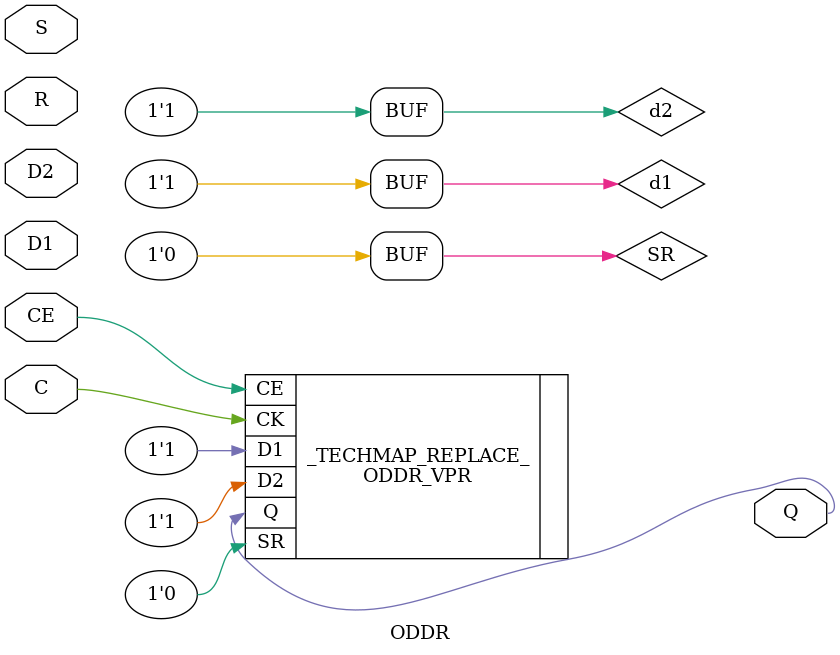
<source format=v>
module ODDR (
  input  C,
  input  CE,
  input  R,
  input  S,
  input  D1,
  input  D2,
  output Q
);
  parameter DDR_CLK_EDGE = "OPPOSITE_EDGE";
  parameter INIT = 1'b0;
  parameter [0:0] IS_C_INVERTED = 1'b0;
  parameter [0:0] IS_D1_INVERTED = 1'b0;
  parameter [0:0] IS_D2_INVERTED = 1'b0;
  parameter SRTYPE = "SYNC";
  parameter _TECHMAP_CONSTMSK_R_ = 1'b1;
  parameter _TECHMAP_CONSTVAL_R_ = 1'bx;
  parameter _TECHMAP_CONSTMSK_S_ = 1'b1;
  parameter _TECHMAP_CONSTVAL_S_ = 1'bx;
  localparam [0:0] R_USED = (_TECHMAP_CONSTMSK_R_ != 1'b1);
  localparam [0:0] S_USED = (_TECHMAP_CONSTMSK_S_ != 1'b1);
  wire SR;
  localparam SRVAL = (!R_USED) ? 1'b1 : 1'b0;
  generate if (!R_USED && !S_USED) begin
    assign SR = 1'b0;
  end else if (R_USED && !S_USED) begin
    assign SR = R;
  end else if (!R_USED && S_USED) begin
    assign SR = S;
  end else begin
    assign SR = 1'bx;
    $error("Both S and R cannot be used simultaneously");
  end endgenerate
  parameter _TECHMAP_CONSTMSK_D1_ = 0;
  parameter _TECHMAP_CONSTVAL_D1_ = 0;
  parameter _TECHMAP_CONSTMSK_D2_ = 0;
  parameter _TECHMAP_CONSTVAL_D2_ = 0;
  localparam INV_D1 = (_TECHMAP_CONSTMSK_D1_ ==  1) ? !_TECHMAP_CONSTVAL_D1_ ^ IS_D1_INVERTED :
                       (_TECHMAP_CONSTVAL_D1_ === 0) ? IS_D1_INVERTED : !IS_D1_INVERTED;
  wire d1 = (_TECHMAP_CONSTMSK_D1_ ==  1) ? 1'b1 :
            (_TECHMAP_CONSTVAL_D1_ === 0) ? 1'b1 : D1;
  localparam INV_D2 = (_TECHMAP_CONSTMSK_D2_ ==  1) ? !_TECHMAP_CONSTVAL_D2_ ^ IS_D2_INVERTED :
                       (_TECHMAP_CONSTVAL_D2_ === 0) ? IS_D2_INVERTED : !IS_D2_INVERTED;
  wire d2 = (_TECHMAP_CONSTMSK_D2_ ==  1) ? 1'b1 :
            (_TECHMAP_CONSTVAL_D2_ === 0) ? 1'b1 : D2;
  ODDR_VPR # (
    .ZINV_CLK       (!IS_C_INVERTED),
    .INV_D1         (INV_D1),
    .INV_D2         (INV_D2),
    .ZINV_D1        (!INV_D1),
    .ZINV_D2        (!INV_D2),
    .SRTYPE_SYNC    ( SRTYPE == "SYNC"),
    .SAME_EDGE      ( (DDR_CLK_EDGE != "OPPOSITE_EDGE") ^ IS_C_INVERTED),
    .ZINIT_Q        (!INIT),
    .ZSRVAL_Q       (!SRVAL)
  ) _TECHMAP_REPLACE_ (
    .CK (C),
    .CE (CE),
    .SR (SR),
    .D1 (d1),
    .D2 (d2),
    .Q  (Q)
  );
endmodule
</source>
